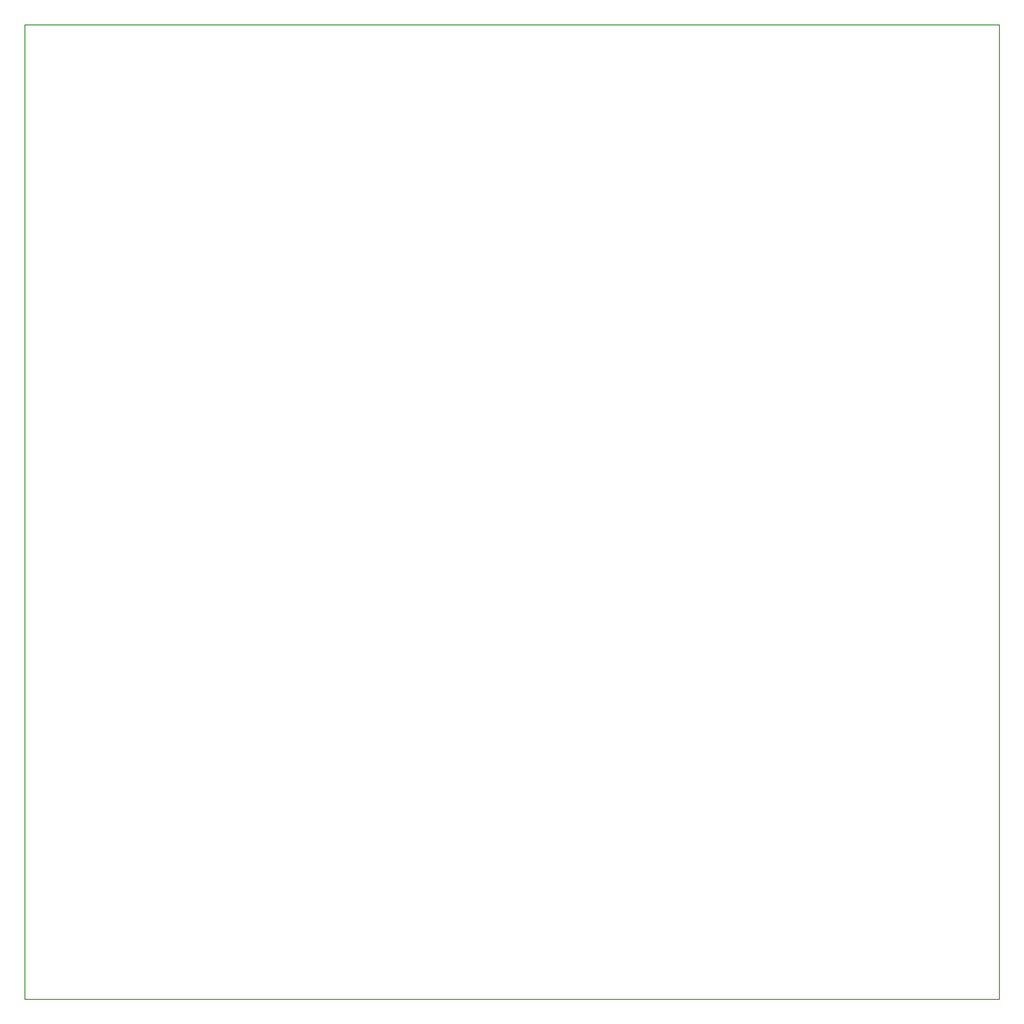
<source format=gko>
%FSLAX44Y44*%
%MOMM*%
G71*
G01*
G75*
G04 Layer_Color=16711935*
%ADD10O,1.5500X0.6000*%
G04:AMPARAMS|DCode=11|XSize=1.45mm|YSize=1.15mm|CornerRadius=0.2013mm|HoleSize=0mm|Usage=FLASHONLY|Rotation=180.000|XOffset=0mm|YOffset=0mm|HoleType=Round|Shape=RoundedRectangle|*
%AMROUNDEDRECTD11*
21,1,1.4500,0.7475,0,0,180.0*
21,1,1.0475,1.1500,0,0,180.0*
1,1,0.4025,-0.5238,0.3738*
1,1,0.4025,0.5238,0.3738*
1,1,0.4025,0.5238,-0.3738*
1,1,0.4025,-0.5238,-0.3738*
%
%ADD11ROUNDEDRECTD11*%
G04:AMPARAMS|DCode=12|XSize=2.7mm|YSize=1.15mm|CornerRadius=0.2013mm|HoleSize=0mm|Usage=FLASHONLY|Rotation=180.000|XOffset=0mm|YOffset=0mm|HoleType=Round|Shape=RoundedRectangle|*
%AMROUNDEDRECTD12*
21,1,2.7000,0.7475,0,0,180.0*
21,1,2.2975,1.1500,0,0,180.0*
1,1,0.4025,-1.1487,0.3738*
1,1,0.4025,1.1487,0.3738*
1,1,0.4025,1.1487,-0.3738*
1,1,0.4025,-1.1487,-0.3738*
%
%ADD12ROUNDEDRECTD12*%
G04:AMPARAMS|DCode=13|XSize=1mm|YSize=0.95mm|CornerRadius=0.1995mm|HoleSize=0mm|Usage=FLASHONLY|Rotation=180.000|XOffset=0mm|YOffset=0mm|HoleType=Round|Shape=RoundedRectangle|*
%AMROUNDEDRECTD13*
21,1,1.0000,0.5510,0,0,180.0*
21,1,0.6010,0.9500,0,0,180.0*
1,1,0.3990,-0.3005,0.2755*
1,1,0.3990,0.3005,0.2755*
1,1,0.3990,0.3005,-0.2755*
1,1,0.3990,-0.3005,-0.2755*
%
%ADD13ROUNDEDRECTD13*%
G04:AMPARAMS|DCode=14|XSize=1mm|YSize=0.9mm|CornerRadius=0.198mm|HoleSize=0mm|Usage=FLASHONLY|Rotation=90.000|XOffset=0mm|YOffset=0mm|HoleType=Round|Shape=RoundedRectangle|*
%AMROUNDEDRECTD14*
21,1,1.0000,0.5040,0,0,90.0*
21,1,0.6040,0.9000,0,0,90.0*
1,1,0.3960,0.2520,0.3020*
1,1,0.3960,0.2520,-0.3020*
1,1,0.3960,-0.2520,-0.3020*
1,1,0.3960,-0.2520,0.3020*
%
%ADD14ROUNDEDRECTD14*%
G04:AMPARAMS|DCode=15|XSize=4.9mm|YSize=1.6mm|CornerRadius=0.2mm|HoleSize=0mm|Usage=FLASHONLY|Rotation=180.000|XOffset=0mm|YOffset=0mm|HoleType=Round|Shape=RoundedRectangle|*
%AMROUNDEDRECTD15*
21,1,4.9000,1.2000,0,0,180.0*
21,1,4.5000,1.6000,0,0,180.0*
1,1,0.4000,-2.2500,0.6000*
1,1,0.4000,2.2500,0.6000*
1,1,0.4000,2.2500,-0.6000*
1,1,0.4000,-2.2500,-0.6000*
%
%ADD15ROUNDEDRECTD15*%
G04:AMPARAMS|DCode=16|XSize=1.05mm|YSize=0.65mm|CornerRadius=0.2015mm|HoleSize=0mm|Usage=FLASHONLY|Rotation=0.000|XOffset=0mm|YOffset=0mm|HoleType=Round|Shape=RoundedRectangle|*
%AMROUNDEDRECTD16*
21,1,1.0500,0.2470,0,0,0.0*
21,1,0.6470,0.6500,0,0,0.0*
1,1,0.4030,0.3235,-0.1235*
1,1,0.4030,-0.3235,-0.1235*
1,1,0.4030,-0.3235,0.1235*
1,1,0.4030,0.3235,0.1235*
%
%ADD16ROUNDEDRECTD16*%
G04:AMPARAMS|DCode=17|XSize=1mm|YSize=0.95mm|CornerRadius=0.1995mm|HoleSize=0mm|Usage=FLASHONLY|Rotation=270.000|XOffset=0mm|YOffset=0mm|HoleType=Round|Shape=RoundedRectangle|*
%AMROUNDEDRECTD17*
21,1,1.0000,0.5510,0,0,270.0*
21,1,0.6010,0.9500,0,0,270.0*
1,1,0.3990,-0.2755,-0.3005*
1,1,0.3990,-0.2755,0.3005*
1,1,0.3990,0.2755,0.3005*
1,1,0.3990,0.2755,-0.3005*
%
%ADD17ROUNDEDRECTD17*%
G04:AMPARAMS|DCode=18|XSize=1.6mm|YSize=1.25mm|CornerRadius=0.2mm|HoleSize=0mm|Usage=FLASHONLY|Rotation=0.000|XOffset=0mm|YOffset=0mm|HoleType=Round|Shape=RoundedRectangle|*
%AMROUNDEDRECTD18*
21,1,1.6000,0.8500,0,0,0.0*
21,1,1.2000,1.2500,0,0,0.0*
1,1,0.4000,0.6000,-0.4250*
1,1,0.4000,-0.6000,-0.4250*
1,1,0.4000,-0.6000,0.4250*
1,1,0.4000,0.6000,0.4250*
%
%ADD18ROUNDEDRECTD18*%
G04:AMPARAMS|DCode=19|XSize=1.45mm|YSize=1.15mm|CornerRadius=0.2013mm|HoleSize=0mm|Usage=FLASHONLY|Rotation=90.000|XOffset=0mm|YOffset=0mm|HoleType=Round|Shape=RoundedRectangle|*
%AMROUNDEDRECTD19*
21,1,1.4500,0.7475,0,0,90.0*
21,1,1.0475,1.1500,0,0,90.0*
1,1,0.4025,0.3738,0.5238*
1,1,0.4025,0.3738,-0.5238*
1,1,0.4025,-0.3738,-0.5238*
1,1,0.4025,-0.3738,0.5238*
%
%ADD19ROUNDEDRECTD19*%
G04:AMPARAMS|DCode=20|XSize=2.7mm|YSize=1.15mm|CornerRadius=0.2013mm|HoleSize=0mm|Usage=FLASHONLY|Rotation=90.000|XOffset=0mm|YOffset=0mm|HoleType=Round|Shape=RoundedRectangle|*
%AMROUNDEDRECTD20*
21,1,2.7000,0.7475,0,0,90.0*
21,1,2.2975,1.1500,0,0,90.0*
1,1,0.4025,0.3738,1.1487*
1,1,0.4025,0.3738,-1.1487*
1,1,0.4025,-0.3738,-1.1487*
1,1,0.4025,-0.3738,1.1487*
%
%ADD20ROUNDEDRECTD20*%
G04:AMPARAMS|DCode=21|XSize=1mm|YSize=0.9mm|CornerRadius=0.198mm|HoleSize=0mm|Usage=FLASHONLY|Rotation=0.000|XOffset=0mm|YOffset=0mm|HoleType=Round|Shape=RoundedRectangle|*
%AMROUNDEDRECTD21*
21,1,1.0000,0.5040,0,0,0.0*
21,1,0.6040,0.9000,0,0,0.0*
1,1,0.3960,0.3020,-0.2520*
1,1,0.3960,-0.3020,-0.2520*
1,1,0.3960,-0.3020,0.2520*
1,1,0.3960,0.3020,0.2520*
%
%ADD21ROUNDEDRECTD21*%
G04:AMPARAMS|DCode=22|XSize=4.9mm|YSize=1.6mm|CornerRadius=0.2mm|HoleSize=0mm|Usage=FLASHONLY|Rotation=90.000|XOffset=0mm|YOffset=0mm|HoleType=Round|Shape=RoundedRectangle|*
%AMROUNDEDRECTD22*
21,1,4.9000,1.2000,0,0,90.0*
21,1,4.5000,1.6000,0,0,90.0*
1,1,0.4000,0.6000,2.2500*
1,1,0.4000,0.6000,-2.2500*
1,1,0.4000,-0.6000,-2.2500*
1,1,0.4000,-0.6000,2.2500*
%
%ADD22ROUNDEDRECTD22*%
G04:AMPARAMS|DCode=23|XSize=1.05mm|YSize=0.65mm|CornerRadius=0.2015mm|HoleSize=0mm|Usage=FLASHONLY|Rotation=270.000|XOffset=0mm|YOffset=0mm|HoleType=Round|Shape=RoundedRectangle|*
%AMROUNDEDRECTD23*
21,1,1.0500,0.2470,0,0,270.0*
21,1,0.6470,0.6500,0,0,270.0*
1,1,0.4030,-0.1235,-0.3235*
1,1,0.4030,-0.1235,0.3235*
1,1,0.4030,0.1235,0.3235*
1,1,0.4030,0.1235,-0.3235*
%
%ADD23ROUNDEDRECTD23*%
G04:AMPARAMS|DCode=24|XSize=1.6mm|YSize=1.25mm|CornerRadius=0.2mm|HoleSize=0mm|Usage=FLASHONLY|Rotation=270.000|XOffset=0mm|YOffset=0mm|HoleType=Round|Shape=RoundedRectangle|*
%AMROUNDEDRECTD24*
21,1,1.6000,0.8500,0,0,270.0*
21,1,1.2000,1.2500,0,0,270.0*
1,1,0.4000,-0.4250,-0.6000*
1,1,0.4000,-0.4250,0.6000*
1,1,0.4000,0.4250,0.6000*
1,1,0.4000,0.4250,-0.6000*
%
%ADD24ROUNDEDRECTD24*%
G04:AMPARAMS|DCode=25|XSize=1.2mm|YSize=1.2mm|CornerRadius=0.198mm|HoleSize=0mm|Usage=FLASHONLY|Rotation=0.000|XOffset=0mm|YOffset=0mm|HoleType=Round|Shape=RoundedRectangle|*
%AMROUNDEDRECTD25*
21,1,1.2000,0.8040,0,0,0.0*
21,1,0.8040,1.2000,0,0,0.0*
1,1,0.3960,0.4020,-0.4020*
1,1,0.3960,-0.4020,-0.4020*
1,1,0.3960,-0.4020,0.4020*
1,1,0.3960,0.4020,0.4020*
%
%ADD25ROUNDEDRECTD25*%
G04:AMPARAMS|DCode=26|XSize=1.2mm|YSize=1.2mm|CornerRadius=0.198mm|HoleSize=0mm|Usage=FLASHONLY|Rotation=90.000|XOffset=0mm|YOffset=0mm|HoleType=Round|Shape=RoundedRectangle|*
%AMROUNDEDRECTD26*
21,1,1.2000,0.8040,0,0,90.0*
21,1,0.8040,1.2000,0,0,90.0*
1,1,0.3960,0.4020,0.4020*
1,1,0.3960,0.4020,-0.4020*
1,1,0.3960,-0.4020,-0.4020*
1,1,0.3960,-0.4020,0.4020*
%
%ADD26ROUNDEDRECTD26*%
G04:AMPARAMS|DCode=27|XSize=2.3mm|YSize=0.5mm|CornerRadius=0.2mm|HoleSize=0mm|Usage=FLASHONLY|Rotation=270.000|XOffset=0mm|YOffset=0mm|HoleType=Round|Shape=RoundedRectangle|*
%AMROUNDEDRECTD27*
21,1,2.3000,0.1000,0,0,270.0*
21,1,1.9000,0.5000,0,0,270.0*
1,1,0.4000,-0.0500,-0.9500*
1,1,0.4000,-0.0500,0.9500*
1,1,0.4000,0.0500,0.9500*
1,1,0.4000,0.0500,-0.9500*
%
%ADD27ROUNDEDRECTD27*%
G04:AMPARAMS|DCode=28|XSize=2.5mm|YSize=2mm|CornerRadius=0.2mm|HoleSize=0mm|Usage=FLASHONLY|Rotation=270.000|XOffset=0mm|YOffset=0mm|HoleType=Round|Shape=RoundedRectangle|*
%AMROUNDEDRECTD28*
21,1,2.5000,1.6000,0,0,270.0*
21,1,2.1000,2.0000,0,0,270.0*
1,1,0.4000,-0.8000,-1.0500*
1,1,0.4000,-0.8000,1.0500*
1,1,0.4000,0.8000,1.0500*
1,1,0.4000,0.8000,-1.0500*
%
%ADD28ROUNDEDRECTD28*%
%ADD29C,0.6000*%
G04:AMPARAMS|DCode=30|XSize=3.3mm|YSize=2.5mm|CornerRadius=0.2mm|HoleSize=0mm|Usage=FLASHONLY|Rotation=0.000|XOffset=0mm|YOffset=0mm|HoleType=Round|Shape=RoundedRectangle|*
%AMROUNDEDRECTD30*
21,1,3.3000,2.1000,0,0,0.0*
21,1,2.9000,2.5000,0,0,0.0*
1,1,0.4000,1.4500,-1.0500*
1,1,0.4000,-1.4500,-1.0500*
1,1,0.4000,-1.4500,1.0500*
1,1,0.4000,1.4500,1.0500*
%
%ADD30ROUNDEDRECTD30*%
%ADD31O,1.5000X0.3000*%
%ADD32O,0.3000X1.5000*%
%ADD33C,1.0000*%
%ADD34O,0.6000X1.5500*%
G04:AMPARAMS|DCode=35|XSize=6.45mm|YSize=6mm|CornerRadius=0.21mm|HoleSize=0mm|Usage=FLASHONLY|Rotation=90.000|XOffset=0mm|YOffset=0mm|HoleType=Round|Shape=RoundedRectangle|*
%AMROUNDEDRECTD35*
21,1,6.4500,5.5800,0,0,90.0*
21,1,6.0300,6.0000,0,0,90.0*
1,1,0.4200,2.7900,3.0150*
1,1,0.4200,2.7900,-3.0150*
1,1,0.4200,-2.7900,-3.0150*
1,1,0.4200,-2.7900,3.0150*
%
%ADD35ROUNDEDRECTD35*%
G04:AMPARAMS|DCode=36|XSize=2.85mm|YSize=1mm|CornerRadius=0.2mm|HoleSize=0mm|Usage=FLASHONLY|Rotation=90.000|XOffset=0mm|YOffset=0mm|HoleType=Round|Shape=RoundedRectangle|*
%AMROUNDEDRECTD36*
21,1,2.8500,0.6000,0,0,90.0*
21,1,2.4500,1.0000,0,0,90.0*
1,1,0.4000,0.3000,1.2250*
1,1,0.4000,0.3000,-1.2250*
1,1,0.4000,-0.3000,-1.2250*
1,1,0.4000,-0.3000,1.2250*
%
%ADD36ROUNDEDRECTD36*%
G04:AMPARAMS|DCode=37|XSize=11.3mm|YSize=10.75mm|CornerRadius=0.215mm|HoleSize=0mm|Usage=FLASHONLY|Rotation=90.000|XOffset=0mm|YOffset=0mm|HoleType=Round|Shape=RoundedRectangle|*
%AMROUNDEDRECTD37*
21,1,11.3000,10.3200,0,0,90.0*
21,1,10.8700,10.7500,0,0,90.0*
1,1,0.4300,5.1600,5.4350*
1,1,0.4300,5.1600,-5.4350*
1,1,0.4300,-5.1600,-5.4350*
1,1,0.4300,-5.1600,5.4350*
%
%ADD37ROUNDEDRECTD37*%
G04:AMPARAMS|DCode=38|XSize=3.95mm|YSize=1.2mm|CornerRadius=0.198mm|HoleSize=0mm|Usage=FLASHONLY|Rotation=90.000|XOffset=0mm|YOffset=0mm|HoleType=Round|Shape=RoundedRectangle|*
%AMROUNDEDRECTD38*
21,1,3.9500,0.8040,0,0,90.0*
21,1,3.5540,1.2000,0,0,90.0*
1,1,0.3960,0.4020,1.7770*
1,1,0.3960,0.4020,-1.7770*
1,1,0.3960,-0.4020,-1.7770*
1,1,0.3960,-0.4020,1.7770*
%
%ADD38ROUNDEDRECTD38*%
G04:AMPARAMS|DCode=39|XSize=1.1mm|YSize=0.6mm|CornerRadius=0.201mm|HoleSize=0mm|Usage=FLASHONLY|Rotation=270.000|XOffset=0mm|YOffset=0mm|HoleType=Round|Shape=RoundedRectangle|*
%AMROUNDEDRECTD39*
21,1,1.1000,0.1980,0,0,270.0*
21,1,0.6980,0.6000,0,0,270.0*
1,1,0.4020,-0.0990,-0.3490*
1,1,0.4020,-0.0990,0.3490*
1,1,0.4020,0.0990,0.3490*
1,1,0.4020,0.0990,-0.3490*
%
%ADD39ROUNDEDRECTD39*%
G04:AMPARAMS|DCode=40|XSize=1.35mm|YSize=1.65mm|CornerRadius=0.27mm|HoleSize=0mm|Usage=FLASHONLY|Rotation=180.000|XOffset=0mm|YOffset=0mm|HoleType=Round|Shape=RoundedRectangle|*
%AMROUNDEDRECTD40*
21,1,1.3500,1.1100,0,0,180.0*
21,1,0.8100,1.6500,0,0,180.0*
1,1,0.5400,-0.4050,0.5550*
1,1,0.5400,0.4050,0.5550*
1,1,0.5400,0.4050,-0.5550*
1,1,0.5400,-0.4050,-0.5550*
%
%ADD40ROUNDEDRECTD40*%
G04:AMPARAMS|DCode=41|XSize=0.7mm|YSize=0.25mm|CornerRadius=0.0838mm|HoleSize=0mm|Usage=FLASHONLY|Rotation=90.000|XOffset=0mm|YOffset=0mm|HoleType=Round|Shape=RoundedRectangle|*
%AMROUNDEDRECTD41*
21,1,0.7000,0.0825,0,0,90.0*
21,1,0.5325,0.2500,0,0,90.0*
1,1,0.1675,0.0413,0.2662*
1,1,0.1675,0.0413,-0.2662*
1,1,0.1675,-0.0413,-0.2662*
1,1,0.1675,-0.0413,0.2662*
%
%ADD41ROUNDEDRECTD41*%
G04:AMPARAMS|DCode=42|XSize=1.75mm|YSize=1.05mm|CornerRadius=0.1995mm|HoleSize=0mm|Usage=FLASHONLY|Rotation=0.000|XOffset=0mm|YOffset=0mm|HoleType=Round|Shape=RoundedRectangle|*
%AMROUNDEDRECTD42*
21,1,1.7500,0.6510,0,0,0.0*
21,1,1.3510,1.0500,0,0,0.0*
1,1,0.3990,0.6755,-0.3255*
1,1,0.3990,-0.6755,-0.3255*
1,1,0.3990,-0.6755,0.3255*
1,1,0.3990,0.6755,0.3255*
%
%ADD42ROUNDEDRECTD42*%
%ADD43O,0.5000X1.3500*%
%ADD44O,1.3500X0.5000*%
G04:AMPARAMS|DCode=45|XSize=6.5mm|YSize=5mm|CornerRadius=0.25mm|HoleSize=0mm|Usage=FLASHONLY|Rotation=180.000|XOffset=0mm|YOffset=0mm|HoleType=Round|Shape=RoundedRectangle|*
%AMROUNDEDRECTD45*
21,1,6.5000,4.5000,0,0,180.0*
21,1,6.0000,5.0000,0,0,180.0*
1,1,0.5000,-3.0000,2.2500*
1,1,0.5000,3.0000,2.2500*
1,1,0.5000,3.0000,-2.2500*
1,1,0.5000,-3.0000,-2.2500*
%
%ADD45ROUNDEDRECTD45*%
G04:AMPARAMS|DCode=46|XSize=2.5mm|YSize=1.7mm|CornerRadius=0.204mm|HoleSize=0mm|Usage=FLASHONLY|Rotation=270.000|XOffset=0mm|YOffset=0mm|HoleType=Round|Shape=RoundedRectangle|*
%AMROUNDEDRECTD46*
21,1,2.5000,1.2920,0,0,270.0*
21,1,2.0920,1.7000,0,0,270.0*
1,1,0.4080,-0.6460,-1.0460*
1,1,0.4080,-0.6460,1.0460*
1,1,0.4080,0.6460,1.0460*
1,1,0.4080,0.6460,-1.0460*
%
%ADD46ROUNDEDRECTD46*%
G04:AMPARAMS|DCode=47|XSize=1.1mm|YSize=0.8mm|CornerRadius=0.268mm|HoleSize=0mm|Usage=FLASHONLY|Rotation=90.000|XOffset=0mm|YOffset=0mm|HoleType=Round|Shape=RoundedRectangle|*
%AMROUNDEDRECTD47*
21,1,1.1000,0.2640,0,0,90.0*
21,1,0.5640,0.8000,0,0,90.0*
1,1,0.5360,0.1320,0.2820*
1,1,0.5360,0.1320,-0.2820*
1,1,0.5360,-0.1320,-0.2820*
1,1,0.5360,-0.1320,0.2820*
%
%ADD47ROUNDEDRECTD47*%
%ADD48C,1.3000*%
%ADD49R,1.3000X1.3000*%
G04:AMPARAMS|DCode=50|XSize=1.4mm|YSize=1.2mm|CornerRadius=0.198mm|HoleSize=0mm|Usage=FLASHONLY|Rotation=90.000|XOffset=0mm|YOffset=0mm|HoleType=Round|Shape=RoundedRectangle|*
%AMROUNDEDRECTD50*
21,1,1.4000,0.8040,0,0,90.0*
21,1,1.0040,1.2000,0,0,90.0*
1,1,0.3960,0.4020,0.5020*
1,1,0.3960,0.4020,-0.5020*
1,1,0.3960,-0.4020,-0.5020*
1,1,0.3960,-0.4020,0.5020*
%
%ADD50ROUNDEDRECTD50*%
G04:AMPARAMS|DCode=51|XSize=1.1mm|YSize=1mm|CornerRadius=0.165mm|HoleSize=0mm|Usage=FLASHONLY|Rotation=90.000|XOffset=0mm|YOffset=0mm|HoleType=Round|Shape=RoundedRectangle|*
%AMROUNDEDRECTD51*
21,1,1.1000,0.6700,0,0,90.0*
21,1,0.7700,1.0000,0,0,90.0*
1,1,0.3300,0.3350,0.3850*
1,1,0.3300,0.3350,-0.3850*
1,1,0.3300,-0.3350,-0.3850*
1,1,0.3300,-0.3350,0.3850*
%
%ADD51ROUNDEDRECTD51*%
G04:AMPARAMS|DCode=52|XSize=1.6mm|YSize=1.5mm|CornerRadius=0.2475mm|HoleSize=0mm|Usage=FLASHONLY|Rotation=90.000|XOffset=0mm|YOffset=0mm|HoleType=Round|Shape=RoundedRectangle|*
%AMROUNDEDRECTD52*
21,1,1.6000,1.0050,0,0,90.0*
21,1,1.1050,1.5000,0,0,90.0*
1,1,0.4950,0.5025,0.5525*
1,1,0.4950,0.5025,-0.5525*
1,1,0.4950,-0.5025,-0.5525*
1,1,0.4950,-0.5025,0.5525*
%
%ADD52ROUNDEDRECTD52*%
G04:AMPARAMS|DCode=53|XSize=1.4mm|YSize=1.2mm|CornerRadius=0.198mm|HoleSize=0mm|Usage=FLASHONLY|Rotation=180.000|XOffset=0mm|YOffset=0mm|HoleType=Round|Shape=RoundedRectangle|*
%AMROUNDEDRECTD53*
21,1,1.4000,0.8040,0,0,180.0*
21,1,1.0040,1.2000,0,0,180.0*
1,1,0.3960,-0.5020,0.4020*
1,1,0.3960,0.5020,0.4020*
1,1,0.3960,0.5020,-0.4020*
1,1,0.3960,-0.5020,-0.4020*
%
%ADD53ROUNDEDRECTD53*%
G04:AMPARAMS|DCode=54|XSize=1.1mm|YSize=1mm|CornerRadius=0.165mm|HoleSize=0mm|Usage=FLASHONLY|Rotation=180.000|XOffset=0mm|YOffset=0mm|HoleType=Round|Shape=RoundedRectangle|*
%AMROUNDEDRECTD54*
21,1,1.1000,0.6700,0,0,180.0*
21,1,0.7700,1.0000,0,0,180.0*
1,1,0.3300,-0.3850,0.3350*
1,1,0.3300,0.3850,0.3350*
1,1,0.3300,0.3850,-0.3350*
1,1,0.3300,-0.3850,-0.3350*
%
%ADD54ROUNDEDRECTD54*%
G04:AMPARAMS|DCode=55|XSize=1.6mm|YSize=1.5mm|CornerRadius=0.2475mm|HoleSize=0mm|Usage=FLASHONLY|Rotation=180.000|XOffset=0mm|YOffset=0mm|HoleType=Round|Shape=RoundedRectangle|*
%AMROUNDEDRECTD55*
21,1,1.6000,1.0050,0,0,180.0*
21,1,1.1050,1.5000,0,0,180.0*
1,1,0.4950,-0.5525,0.5025*
1,1,0.4950,0.5525,0.5025*
1,1,0.4950,0.5525,-0.5025*
1,1,0.4950,-0.5525,-0.5025*
%
%ADD55ROUNDEDRECTD55*%
%ADD56C,0.4500*%
%ADD57C,0.5000*%
%ADD58C,0.6000*%
%ADD59C,0.2000*%
%ADD60C,0.2500*%
%ADD61C,0.4500*%
%ADD62C,0.3500*%
%ADD63C,0.3000*%
%ADD64C,0.4000*%
%ADD65C,0.2540*%
%ADD66C,6.0000*%
%ADD67C,0.5000*%
%ADD68C,9.0000*%
%ADD69C,2.5000*%
%ADD70C,1.8500*%
%ADD71C,0.1000*%
%ADD72C,0.1500*%
%ADD73C,0.1524*%
%ADD74C,0.1200*%
%ADD75C,0.0000*%
%ADD76O,1.7000X0.7500*%
G04:AMPARAMS|DCode=77|XSize=1.6mm|YSize=1.3mm|CornerRadius=0.2763mm|HoleSize=0mm|Usage=FLASHONLY|Rotation=180.000|XOffset=0mm|YOffset=0mm|HoleType=Round|Shape=RoundedRectangle|*
%AMROUNDEDRECTD77*
21,1,1.6000,0.7475,0,0,180.0*
21,1,1.0475,1.3000,0,0,180.0*
1,1,0.5525,-0.5238,0.3738*
1,1,0.5525,0.5238,0.3738*
1,1,0.5525,0.5238,-0.3738*
1,1,0.5525,-0.5238,-0.3738*
%
%ADD77ROUNDEDRECTD77*%
G04:AMPARAMS|DCode=78|XSize=2.85mm|YSize=1.3mm|CornerRadius=0.2763mm|HoleSize=0mm|Usage=FLASHONLY|Rotation=180.000|XOffset=0mm|YOffset=0mm|HoleType=Round|Shape=RoundedRectangle|*
%AMROUNDEDRECTD78*
21,1,2.8500,0.7475,0,0,180.0*
21,1,2.2975,1.3000,0,0,180.0*
1,1,0.5525,-1.1487,0.3738*
1,1,0.5525,1.1487,0.3738*
1,1,0.5525,1.1487,-0.3738*
1,1,0.5525,-1.1487,-0.3738*
%
%ADD78ROUNDEDRECTD78*%
G04:AMPARAMS|DCode=79|XSize=1.15mm|YSize=1.1mm|CornerRadius=0.2745mm|HoleSize=0mm|Usage=FLASHONLY|Rotation=180.000|XOffset=0mm|YOffset=0mm|HoleType=Round|Shape=RoundedRectangle|*
%AMROUNDEDRECTD79*
21,1,1.1500,0.5510,0,0,180.0*
21,1,0.6010,1.1000,0,0,180.0*
1,1,0.5490,-0.3005,0.2755*
1,1,0.5490,0.3005,0.2755*
1,1,0.5490,0.3005,-0.2755*
1,1,0.5490,-0.3005,-0.2755*
%
%ADD79ROUNDEDRECTD79*%
G04:AMPARAMS|DCode=80|XSize=1.15mm|YSize=1.05mm|CornerRadius=0.273mm|HoleSize=0mm|Usage=FLASHONLY|Rotation=90.000|XOffset=0mm|YOffset=0mm|HoleType=Round|Shape=RoundedRectangle|*
%AMROUNDEDRECTD80*
21,1,1.1500,0.5040,0,0,90.0*
21,1,0.6040,1.0500,0,0,90.0*
1,1,0.5460,0.2520,0.3020*
1,1,0.5460,0.2520,-0.3020*
1,1,0.5460,-0.2520,-0.3020*
1,1,0.5460,-0.2520,0.3020*
%
%ADD80ROUNDEDRECTD80*%
G04:AMPARAMS|DCode=81|XSize=5.05mm|YSize=1.75mm|CornerRadius=0.275mm|HoleSize=0mm|Usage=FLASHONLY|Rotation=180.000|XOffset=0mm|YOffset=0mm|HoleType=Round|Shape=RoundedRectangle|*
%AMROUNDEDRECTD81*
21,1,5.0500,1.2000,0,0,180.0*
21,1,4.5000,1.7500,0,0,180.0*
1,1,0.5500,-2.2500,0.6000*
1,1,0.5500,2.2500,0.6000*
1,1,0.5500,2.2500,-0.6000*
1,1,0.5500,-2.2500,-0.6000*
%
%ADD81ROUNDEDRECTD81*%
G04:AMPARAMS|DCode=82|XSize=1.2mm|YSize=0.8mm|CornerRadius=0.2765mm|HoleSize=0mm|Usage=FLASHONLY|Rotation=0.000|XOffset=0mm|YOffset=0mm|HoleType=Round|Shape=RoundedRectangle|*
%AMROUNDEDRECTD82*
21,1,1.2000,0.2470,0,0,0.0*
21,1,0.6470,0.8000,0,0,0.0*
1,1,0.5530,0.3235,-0.1235*
1,1,0.5530,-0.3235,-0.1235*
1,1,0.5530,-0.3235,0.1235*
1,1,0.5530,0.3235,0.1235*
%
%ADD82ROUNDEDRECTD82*%
G04:AMPARAMS|DCode=83|XSize=1.15mm|YSize=1.1mm|CornerRadius=0.2745mm|HoleSize=0mm|Usage=FLASHONLY|Rotation=270.000|XOffset=0mm|YOffset=0mm|HoleType=Round|Shape=RoundedRectangle|*
%AMROUNDEDRECTD83*
21,1,1.1500,0.5510,0,0,270.0*
21,1,0.6010,1.1000,0,0,270.0*
1,1,0.5490,-0.2755,-0.3005*
1,1,0.5490,-0.2755,0.3005*
1,1,0.5490,0.2755,0.3005*
1,1,0.5490,0.2755,-0.3005*
%
%ADD83ROUNDEDRECTD83*%
G04:AMPARAMS|DCode=84|XSize=1.75mm|YSize=1.4mm|CornerRadius=0.275mm|HoleSize=0mm|Usage=FLASHONLY|Rotation=0.000|XOffset=0mm|YOffset=0mm|HoleType=Round|Shape=RoundedRectangle|*
%AMROUNDEDRECTD84*
21,1,1.7500,0.8500,0,0,0.0*
21,1,1.2000,1.4000,0,0,0.0*
1,1,0.5500,0.6000,-0.4250*
1,1,0.5500,-0.6000,-0.4250*
1,1,0.5500,-0.6000,0.4250*
1,1,0.5500,0.6000,0.4250*
%
%ADD84ROUNDEDRECTD84*%
G04:AMPARAMS|DCode=85|XSize=1.6mm|YSize=1.3mm|CornerRadius=0.2763mm|HoleSize=0mm|Usage=FLASHONLY|Rotation=90.000|XOffset=0mm|YOffset=0mm|HoleType=Round|Shape=RoundedRectangle|*
%AMROUNDEDRECTD85*
21,1,1.6000,0.7475,0,0,90.0*
21,1,1.0475,1.3000,0,0,90.0*
1,1,0.5525,0.3738,0.5238*
1,1,0.5525,0.3738,-0.5238*
1,1,0.5525,-0.3738,-0.5238*
1,1,0.5525,-0.3738,0.5238*
%
%ADD85ROUNDEDRECTD85*%
G04:AMPARAMS|DCode=86|XSize=2.85mm|YSize=1.3mm|CornerRadius=0.2763mm|HoleSize=0mm|Usage=FLASHONLY|Rotation=90.000|XOffset=0mm|YOffset=0mm|HoleType=Round|Shape=RoundedRectangle|*
%AMROUNDEDRECTD86*
21,1,2.8500,0.7475,0,0,90.0*
21,1,2.2975,1.3000,0,0,90.0*
1,1,0.5525,0.3738,1.1487*
1,1,0.5525,0.3738,-1.1487*
1,1,0.5525,-0.3738,-1.1487*
1,1,0.5525,-0.3738,1.1487*
%
%ADD86ROUNDEDRECTD86*%
G04:AMPARAMS|DCode=87|XSize=1.15mm|YSize=1.05mm|CornerRadius=0.273mm|HoleSize=0mm|Usage=FLASHONLY|Rotation=0.000|XOffset=0mm|YOffset=0mm|HoleType=Round|Shape=RoundedRectangle|*
%AMROUNDEDRECTD87*
21,1,1.1500,0.5040,0,0,0.0*
21,1,0.6040,1.0500,0,0,0.0*
1,1,0.5460,0.3020,-0.2520*
1,1,0.5460,-0.3020,-0.2520*
1,1,0.5460,-0.3020,0.2520*
1,1,0.5460,0.3020,0.2520*
%
%ADD87ROUNDEDRECTD87*%
G04:AMPARAMS|DCode=88|XSize=5.05mm|YSize=1.75mm|CornerRadius=0.275mm|HoleSize=0mm|Usage=FLASHONLY|Rotation=90.000|XOffset=0mm|YOffset=0mm|HoleType=Round|Shape=RoundedRectangle|*
%AMROUNDEDRECTD88*
21,1,5.0500,1.2000,0,0,90.0*
21,1,4.5000,1.7500,0,0,90.0*
1,1,0.5500,0.6000,2.2500*
1,1,0.5500,0.6000,-2.2500*
1,1,0.5500,-0.6000,-2.2500*
1,1,0.5500,-0.6000,2.2500*
%
%ADD88ROUNDEDRECTD88*%
G04:AMPARAMS|DCode=89|XSize=1.2mm|YSize=0.8mm|CornerRadius=0.2765mm|HoleSize=0mm|Usage=FLASHONLY|Rotation=270.000|XOffset=0mm|YOffset=0mm|HoleType=Round|Shape=RoundedRectangle|*
%AMROUNDEDRECTD89*
21,1,1.2000,0.2470,0,0,270.0*
21,1,0.6470,0.8000,0,0,270.0*
1,1,0.5530,-0.1235,-0.3235*
1,1,0.5530,-0.1235,0.3235*
1,1,0.5530,0.1235,0.3235*
1,1,0.5530,0.1235,-0.3235*
%
%ADD89ROUNDEDRECTD89*%
G04:AMPARAMS|DCode=90|XSize=1.75mm|YSize=1.4mm|CornerRadius=0.275mm|HoleSize=0mm|Usage=FLASHONLY|Rotation=270.000|XOffset=0mm|YOffset=0mm|HoleType=Round|Shape=RoundedRectangle|*
%AMROUNDEDRECTD90*
21,1,1.7500,0.8500,0,0,270.0*
21,1,1.2000,1.4000,0,0,270.0*
1,1,0.5500,-0.4250,-0.6000*
1,1,0.5500,-0.4250,0.6000*
1,1,0.5500,0.4250,0.6000*
1,1,0.5500,0.4250,-0.6000*
%
%ADD90ROUNDEDRECTD90*%
G04:AMPARAMS|DCode=91|XSize=1.35mm|YSize=1.35mm|CornerRadius=0.273mm|HoleSize=0mm|Usage=FLASHONLY|Rotation=0.000|XOffset=0mm|YOffset=0mm|HoleType=Round|Shape=RoundedRectangle|*
%AMROUNDEDRECTD91*
21,1,1.3500,0.8040,0,0,0.0*
21,1,0.8040,1.3500,0,0,0.0*
1,1,0.5460,0.4020,-0.4020*
1,1,0.5460,-0.4020,-0.4020*
1,1,0.5460,-0.4020,0.4020*
1,1,0.5460,0.4020,0.4020*
%
%ADD91ROUNDEDRECTD91*%
G04:AMPARAMS|DCode=92|XSize=1.35mm|YSize=1.35mm|CornerRadius=0.273mm|HoleSize=0mm|Usage=FLASHONLY|Rotation=90.000|XOffset=0mm|YOffset=0mm|HoleType=Round|Shape=RoundedRectangle|*
%AMROUNDEDRECTD92*
21,1,1.3500,0.8040,0,0,90.0*
21,1,0.8040,1.3500,0,0,90.0*
1,1,0.5460,0.4020,0.4020*
1,1,0.5460,0.4020,-0.4020*
1,1,0.5460,-0.4020,-0.4020*
1,1,0.5460,-0.4020,0.4020*
%
%ADD92ROUNDEDRECTD92*%
G04:AMPARAMS|DCode=93|XSize=2.45mm|YSize=0.65mm|CornerRadius=0.275mm|HoleSize=0mm|Usage=FLASHONLY|Rotation=270.000|XOffset=0mm|YOffset=0mm|HoleType=Round|Shape=RoundedRectangle|*
%AMROUNDEDRECTD93*
21,1,2.4500,0.1000,0,0,270.0*
21,1,1.9000,0.6500,0,0,270.0*
1,1,0.5500,-0.0500,-0.9500*
1,1,0.5500,-0.0500,0.9500*
1,1,0.5500,0.0500,0.9500*
1,1,0.5500,0.0500,-0.9500*
%
%ADD93ROUNDEDRECTD93*%
G04:AMPARAMS|DCode=94|XSize=2.65mm|YSize=2.15mm|CornerRadius=0.275mm|HoleSize=0mm|Usage=FLASHONLY|Rotation=270.000|XOffset=0mm|YOffset=0mm|HoleType=Round|Shape=RoundedRectangle|*
%AMROUNDEDRECTD94*
21,1,2.6500,1.6000,0,0,270.0*
21,1,2.1000,2.1500,0,0,270.0*
1,1,0.5500,-0.8000,-1.0500*
1,1,0.5500,-0.8000,1.0500*
1,1,0.5500,0.8000,1.0500*
1,1,0.5500,0.8000,-1.0500*
%
%ADD94ROUNDEDRECTD94*%
%ADD95C,0.8000*%
G04:AMPARAMS|DCode=96|XSize=3.45mm|YSize=2.65mm|CornerRadius=0.275mm|HoleSize=0mm|Usage=FLASHONLY|Rotation=0.000|XOffset=0mm|YOffset=0mm|HoleType=Round|Shape=RoundedRectangle|*
%AMROUNDEDRECTD96*
21,1,3.4500,2.1000,0,0,0.0*
21,1,2.9000,2.6500,0,0,0.0*
1,1,0.5500,1.4500,-1.0500*
1,1,0.5500,-1.4500,-1.0500*
1,1,0.5500,-1.4500,1.0500*
1,1,0.5500,1.4500,1.0500*
%
%ADD96ROUNDEDRECTD96*%
%ADD97O,1.6000X0.4000*%
%ADD98O,0.4000X1.6000*%
%ADD99C,2.0000*%
%ADD100O,0.7500X1.7000*%
G04:AMPARAMS|DCode=101|XSize=6.6mm|YSize=6.15mm|CornerRadius=0.285mm|HoleSize=0mm|Usage=FLASHONLY|Rotation=90.000|XOffset=0mm|YOffset=0mm|HoleType=Round|Shape=RoundedRectangle|*
%AMROUNDEDRECTD101*
21,1,6.6000,5.5800,0,0,90.0*
21,1,6.0300,6.1500,0,0,90.0*
1,1,0.5700,2.7900,3.0150*
1,1,0.5700,2.7900,-3.0150*
1,1,0.5700,-2.7900,-3.0150*
1,1,0.5700,-2.7900,3.0150*
%
%ADD101ROUNDEDRECTD101*%
G04:AMPARAMS|DCode=102|XSize=3mm|YSize=1.15mm|CornerRadius=0.275mm|HoleSize=0mm|Usage=FLASHONLY|Rotation=90.000|XOffset=0mm|YOffset=0mm|HoleType=Round|Shape=RoundedRectangle|*
%AMROUNDEDRECTD102*
21,1,3.0000,0.6000,0,0,90.0*
21,1,2.4500,1.1500,0,0,90.0*
1,1,0.5500,0.3000,1.2250*
1,1,0.5500,0.3000,-1.2250*
1,1,0.5500,-0.3000,-1.2250*
1,1,0.5500,-0.3000,1.2250*
%
%ADD102ROUNDEDRECTD102*%
G04:AMPARAMS|DCode=103|XSize=11.45mm|YSize=10.9mm|CornerRadius=0.29mm|HoleSize=0mm|Usage=FLASHONLY|Rotation=90.000|XOffset=0mm|YOffset=0mm|HoleType=Round|Shape=RoundedRectangle|*
%AMROUNDEDRECTD103*
21,1,11.4500,10.3200,0,0,90.0*
21,1,10.8700,10.9000,0,0,90.0*
1,1,0.5800,5.1600,5.4350*
1,1,0.5800,5.1600,-5.4350*
1,1,0.5800,-5.1600,-5.4350*
1,1,0.5800,-5.1600,5.4350*
%
%ADD103ROUNDEDRECTD103*%
G04:AMPARAMS|DCode=104|XSize=4.1mm|YSize=1.35mm|CornerRadius=0.273mm|HoleSize=0mm|Usage=FLASHONLY|Rotation=90.000|XOffset=0mm|YOffset=0mm|HoleType=Round|Shape=RoundedRectangle|*
%AMROUNDEDRECTD104*
21,1,4.1000,0.8040,0,0,90.0*
21,1,3.5540,1.3500,0,0,90.0*
1,1,0.5460,0.4020,1.7770*
1,1,0.5460,0.4020,-1.7770*
1,1,0.5460,-0.4020,-1.7770*
1,1,0.5460,-0.4020,1.7770*
%
%ADD104ROUNDEDRECTD104*%
G04:AMPARAMS|DCode=105|XSize=1.25mm|YSize=0.75mm|CornerRadius=0.276mm|HoleSize=0mm|Usage=FLASHONLY|Rotation=270.000|XOffset=0mm|YOffset=0mm|HoleType=Round|Shape=RoundedRectangle|*
%AMROUNDEDRECTD105*
21,1,1.2500,0.1980,0,0,270.0*
21,1,0.6980,0.7500,0,0,270.0*
1,1,0.5520,-0.0990,-0.3490*
1,1,0.5520,-0.0990,0.3490*
1,1,0.5520,0.0990,0.3490*
1,1,0.5520,0.0990,-0.3490*
%
%ADD105ROUNDEDRECTD105*%
G04:AMPARAMS|DCode=106|XSize=1.5mm|YSize=1.8mm|CornerRadius=0.345mm|HoleSize=0mm|Usage=FLASHONLY|Rotation=180.000|XOffset=0mm|YOffset=0mm|HoleType=Round|Shape=RoundedRectangle|*
%AMROUNDEDRECTD106*
21,1,1.5000,1.1100,0,0,180.0*
21,1,0.8100,1.8000,0,0,180.0*
1,1,0.6900,-0.4050,0.5550*
1,1,0.6900,0.4050,0.5550*
1,1,0.6900,0.4050,-0.5550*
1,1,0.6900,-0.4050,-0.5550*
%
%ADD106ROUNDEDRECTD106*%
G04:AMPARAMS|DCode=107|XSize=0.8mm|YSize=0.35mm|CornerRadius=0.1338mm|HoleSize=0mm|Usage=FLASHONLY|Rotation=90.000|XOffset=0mm|YOffset=0mm|HoleType=Round|Shape=RoundedRectangle|*
%AMROUNDEDRECTD107*
21,1,0.8000,0.0825,0,0,90.0*
21,1,0.5325,0.3500,0,0,90.0*
1,1,0.2675,0.0413,0.2662*
1,1,0.2675,0.0413,-0.2662*
1,1,0.2675,-0.0413,-0.2662*
1,1,0.2675,-0.0413,0.2662*
%
%ADD107ROUNDEDRECTD107*%
G04:AMPARAMS|DCode=108|XSize=1.9mm|YSize=1.2mm|CornerRadius=0.2745mm|HoleSize=0mm|Usage=FLASHONLY|Rotation=0.000|XOffset=0mm|YOffset=0mm|HoleType=Round|Shape=RoundedRectangle|*
%AMROUNDEDRECTD108*
21,1,1.9000,0.6510,0,0,0.0*
21,1,1.3510,1.2000,0,0,0.0*
1,1,0.5490,0.6755,-0.3255*
1,1,0.5490,-0.6755,-0.3255*
1,1,0.5490,-0.6755,0.3255*
1,1,0.5490,0.6755,0.3255*
%
%ADD108ROUNDEDRECTD108*%
%ADD109O,0.6500X1.5000*%
%ADD110O,1.5000X0.6500*%
G04:AMPARAMS|DCode=111|XSize=6.65mm|YSize=5.15mm|CornerRadius=0.325mm|HoleSize=0mm|Usage=FLASHONLY|Rotation=180.000|XOffset=0mm|YOffset=0mm|HoleType=Round|Shape=RoundedRectangle|*
%AMROUNDEDRECTD111*
21,1,6.6500,4.5000,0,0,180.0*
21,1,6.0000,5.1500,0,0,180.0*
1,1,0.6500,-3.0000,2.2500*
1,1,0.6500,3.0000,2.2500*
1,1,0.6500,3.0000,-2.2500*
1,1,0.6500,-3.0000,-2.2500*
%
%ADD111ROUNDEDRECTD111*%
G04:AMPARAMS|DCode=112|XSize=2.65mm|YSize=1.85mm|CornerRadius=0.279mm|HoleSize=0mm|Usage=FLASHONLY|Rotation=270.000|XOffset=0mm|YOffset=0mm|HoleType=Round|Shape=RoundedRectangle|*
%AMROUNDEDRECTD112*
21,1,2.6500,1.2920,0,0,270.0*
21,1,2.0920,1.8500,0,0,270.0*
1,1,0.5580,-0.6460,-1.0460*
1,1,0.5580,-0.6460,1.0460*
1,1,0.5580,0.6460,1.0460*
1,1,0.5580,0.6460,-1.0460*
%
%ADD112ROUNDEDRECTD112*%
G04:AMPARAMS|DCode=113|XSize=1.25mm|YSize=0.95mm|CornerRadius=0.343mm|HoleSize=0mm|Usage=FLASHONLY|Rotation=90.000|XOffset=0mm|YOffset=0mm|HoleType=Round|Shape=RoundedRectangle|*
%AMROUNDEDRECTD113*
21,1,1.2500,0.2640,0,0,90.0*
21,1,0.5640,0.9500,0,0,90.0*
1,1,0.6860,0.1320,0.2820*
1,1,0.6860,0.1320,-0.2820*
1,1,0.6860,-0.1320,-0.2820*
1,1,0.6860,-0.1320,0.2820*
%
%ADD113ROUNDEDRECTD113*%
%ADD114C,1.5000*%
%ADD115R,1.5000X1.5000*%
G04:AMPARAMS|DCode=116|XSize=1.55mm|YSize=1.35mm|CornerRadius=0.273mm|HoleSize=0mm|Usage=FLASHONLY|Rotation=90.000|XOffset=0mm|YOffset=0mm|HoleType=Round|Shape=RoundedRectangle|*
%AMROUNDEDRECTD116*
21,1,1.5500,0.8040,0,0,90.0*
21,1,1.0040,1.3500,0,0,90.0*
1,1,0.5460,0.4020,0.5020*
1,1,0.5460,0.4020,-0.5020*
1,1,0.5460,-0.4020,-0.5020*
1,1,0.5460,-0.4020,0.5020*
%
%ADD116ROUNDEDRECTD116*%
G04:AMPARAMS|DCode=117|XSize=1.25mm|YSize=1.15mm|CornerRadius=0.24mm|HoleSize=0mm|Usage=FLASHONLY|Rotation=90.000|XOffset=0mm|YOffset=0mm|HoleType=Round|Shape=RoundedRectangle|*
%AMROUNDEDRECTD117*
21,1,1.2500,0.6700,0,0,90.0*
21,1,0.7700,1.1500,0,0,90.0*
1,1,0.4800,0.3350,0.3850*
1,1,0.4800,0.3350,-0.3850*
1,1,0.4800,-0.3350,-0.3850*
1,1,0.4800,-0.3350,0.3850*
%
%ADD117ROUNDEDRECTD117*%
G04:AMPARAMS|DCode=118|XSize=1.75mm|YSize=1.65mm|CornerRadius=0.3225mm|HoleSize=0mm|Usage=FLASHONLY|Rotation=90.000|XOffset=0mm|YOffset=0mm|HoleType=Round|Shape=RoundedRectangle|*
%AMROUNDEDRECTD118*
21,1,1.7500,1.0050,0,0,90.0*
21,1,1.1050,1.6500,0,0,90.0*
1,1,0.6450,0.5025,0.5525*
1,1,0.6450,0.5025,-0.5525*
1,1,0.6450,-0.5025,-0.5525*
1,1,0.6450,-0.5025,0.5525*
%
%ADD118ROUNDEDRECTD118*%
G04:AMPARAMS|DCode=119|XSize=1.55mm|YSize=1.35mm|CornerRadius=0.273mm|HoleSize=0mm|Usage=FLASHONLY|Rotation=180.000|XOffset=0mm|YOffset=0mm|HoleType=Round|Shape=RoundedRectangle|*
%AMROUNDEDRECTD119*
21,1,1.5500,0.8040,0,0,180.0*
21,1,1.0040,1.3500,0,0,180.0*
1,1,0.5460,-0.5020,0.4020*
1,1,0.5460,0.5020,0.4020*
1,1,0.5460,0.5020,-0.4020*
1,1,0.5460,-0.5020,-0.4020*
%
%ADD119ROUNDEDRECTD119*%
G04:AMPARAMS|DCode=120|XSize=1.25mm|YSize=1.15mm|CornerRadius=0.24mm|HoleSize=0mm|Usage=FLASHONLY|Rotation=180.000|XOffset=0mm|YOffset=0mm|HoleType=Round|Shape=RoundedRectangle|*
%AMROUNDEDRECTD120*
21,1,1.2500,0.6700,0,0,180.0*
21,1,0.7700,1.1500,0,0,180.0*
1,1,0.4800,-0.3850,0.3350*
1,1,0.4800,0.3850,0.3350*
1,1,0.4800,0.3850,-0.3350*
1,1,0.4800,-0.3850,-0.3350*
%
%ADD120ROUNDEDRECTD120*%
G04:AMPARAMS|DCode=121|XSize=1.75mm|YSize=1.65mm|CornerRadius=0.3225mm|HoleSize=0mm|Usage=FLASHONLY|Rotation=180.000|XOffset=0mm|YOffset=0mm|HoleType=Round|Shape=RoundedRectangle|*
%AMROUNDEDRECTD121*
21,1,1.7500,1.0050,0,0,180.0*
21,1,1.1050,1.6500,0,0,180.0*
1,1,0.6450,-0.5525,0.5025*
1,1,0.6450,0.5525,0.5025*
1,1,0.6450,0.5525,-0.5025*
1,1,0.6450,-0.5525,-0.5025*
%
%ADD121ROUNDEDRECTD121*%
%ADD122C,6.2000*%
%ADD123C,1.0500*%
%ADD124C,9.2000*%
%ADD125C,2.6500*%
%ADD126C,2.0000*%
D65*
X0Y2500000D02*
X2500000D01*
X0Y-0D02*
Y2500000D01*
X2500000Y-0D02*
Y2500000D01*
X0Y-0D02*
X2500000D01*
M02*

</source>
